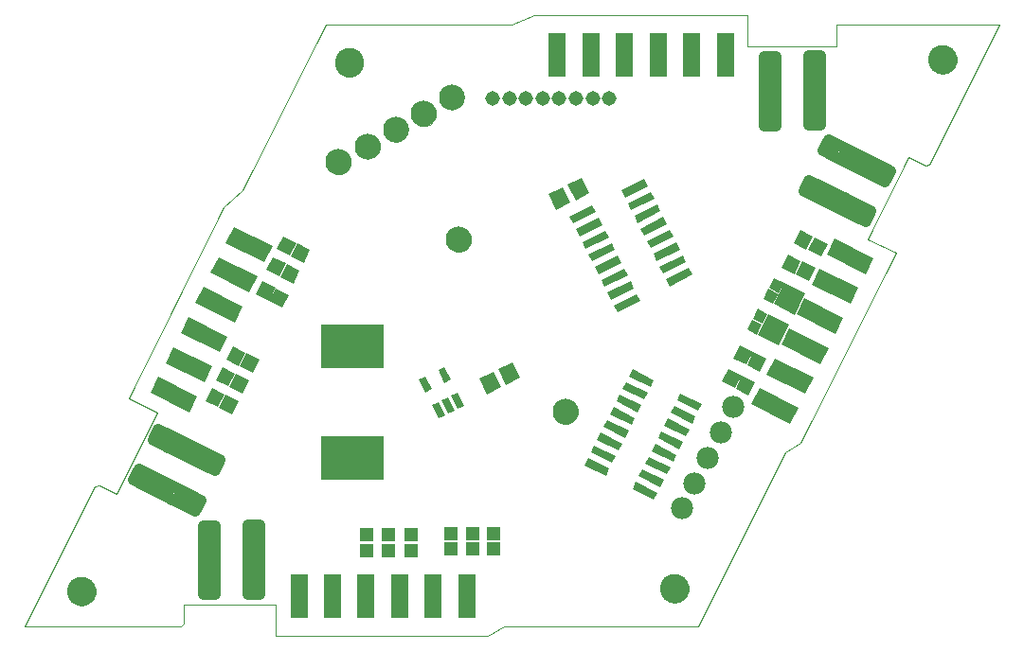
<source format=gbs>
G75*
%MOIN*%
%OFA0B0*%
%FSLAX24Y24*%
%IPPOS*%
%LPD*%
%AMOC8*
5,1,8,0,0,1.08239X$1,22.5*
%
%ADD10C,0.0000*%
%ADD11C,0.1024*%
%ADD12C,0.0906*%
%ADD13R,0.0276X0.0906*%
%ADD14R,0.0257X0.0512*%
%ADD15C,0.0516*%
%ADD16R,0.2205X0.1556*%
%ADD17C,0.0780*%
%ADD18R,0.0631X0.1536*%
%ADD19C,0.0414*%
%ADD20R,0.0552X0.0631*%
%ADD21R,0.0850X0.0280*%
%ADD22R,0.0512X0.0512*%
%ADD23R,0.0394X0.0394*%
%ADD24R,0.0827X0.0827*%
%ADD25R,0.0512X0.0512*%
D10*
X001543Y001214D02*
X007057Y001214D01*
X007162Y001332D01*
X007163Y001992D01*
X010376Y001990D01*
X010370Y000897D01*
X017853Y000897D01*
X018407Y001214D01*
X025254Y001214D01*
X028315Y007336D01*
X028846Y007690D01*
X032212Y014373D01*
X031218Y014865D01*
X032655Y017739D01*
X033246Y017444D01*
X033393Y017483D01*
X035864Y022424D01*
X030103Y022423D01*
X030103Y022424D02*
X030103Y021647D01*
X026989Y021647D01*
X026989Y022739D01*
X019476Y022739D01*
X018689Y022424D01*
X012143Y022424D01*
X009220Y016568D01*
X008561Y015977D01*
X005204Y009265D01*
X006218Y008753D01*
X004781Y005889D01*
X004191Y006184D01*
X004004Y006145D01*
X001543Y001214D01*
X003060Y002453D02*
X003062Y002497D01*
X003068Y002541D01*
X003078Y002584D01*
X003091Y002626D01*
X003109Y002666D01*
X003130Y002705D01*
X003154Y002742D01*
X003181Y002777D01*
X003212Y002809D01*
X003245Y002838D01*
X003281Y002864D01*
X003319Y002886D01*
X003359Y002905D01*
X003400Y002921D01*
X003443Y002933D01*
X003486Y002941D01*
X003530Y002945D01*
X003574Y002945D01*
X003618Y002941D01*
X003661Y002933D01*
X003704Y002921D01*
X003745Y002905D01*
X003785Y002886D01*
X003823Y002864D01*
X003859Y002838D01*
X003892Y002809D01*
X003923Y002777D01*
X003950Y002742D01*
X003974Y002705D01*
X003995Y002666D01*
X004013Y002626D01*
X004026Y002584D01*
X004036Y002541D01*
X004042Y002497D01*
X004044Y002453D01*
X004042Y002409D01*
X004036Y002365D01*
X004026Y002322D01*
X004013Y002280D01*
X003995Y002240D01*
X003974Y002201D01*
X003950Y002164D01*
X003923Y002129D01*
X003892Y002097D01*
X003859Y002068D01*
X003823Y002042D01*
X003785Y002020D01*
X003745Y002001D01*
X003704Y001985D01*
X003661Y001973D01*
X003618Y001965D01*
X003574Y001961D01*
X003530Y001961D01*
X003486Y001965D01*
X003443Y001973D01*
X003400Y001985D01*
X003359Y002001D01*
X003319Y002020D01*
X003281Y002042D01*
X003245Y002068D01*
X003212Y002097D01*
X003181Y002129D01*
X003154Y002164D01*
X003130Y002201D01*
X003109Y002240D01*
X003091Y002280D01*
X003078Y002322D01*
X003068Y002365D01*
X003062Y002409D01*
X003060Y002453D01*
X016391Y014853D02*
X016393Y014894D01*
X016399Y014935D01*
X016409Y014975D01*
X016422Y015014D01*
X016439Y015051D01*
X016460Y015087D01*
X016484Y015121D01*
X016511Y015152D01*
X016540Y015180D01*
X016573Y015206D01*
X016607Y015228D01*
X016644Y015247D01*
X016682Y015262D01*
X016722Y015274D01*
X016762Y015282D01*
X016803Y015286D01*
X016845Y015286D01*
X016886Y015282D01*
X016926Y015274D01*
X016966Y015262D01*
X017004Y015247D01*
X017040Y015228D01*
X017075Y015206D01*
X017108Y015180D01*
X017137Y015152D01*
X017164Y015121D01*
X017188Y015087D01*
X017209Y015051D01*
X017226Y015014D01*
X017239Y014975D01*
X017249Y014935D01*
X017255Y014894D01*
X017257Y014853D01*
X017255Y014812D01*
X017249Y014771D01*
X017239Y014731D01*
X017226Y014692D01*
X017209Y014655D01*
X017188Y014619D01*
X017164Y014585D01*
X017137Y014554D01*
X017108Y014526D01*
X017075Y014500D01*
X017041Y014478D01*
X017004Y014459D01*
X016966Y014444D01*
X016926Y014432D01*
X016886Y014424D01*
X016845Y014420D01*
X016803Y014420D01*
X016762Y014424D01*
X016722Y014432D01*
X016682Y014444D01*
X016644Y014459D01*
X016608Y014478D01*
X016573Y014500D01*
X016540Y014526D01*
X016511Y014554D01*
X016484Y014585D01*
X016460Y014619D01*
X016439Y014655D01*
X016422Y014692D01*
X016409Y014731D01*
X016399Y014771D01*
X016393Y014812D01*
X016391Y014853D01*
X012163Y017582D02*
X012165Y017623D01*
X012171Y017664D01*
X012181Y017704D01*
X012194Y017743D01*
X012211Y017780D01*
X012232Y017816D01*
X012256Y017850D01*
X012283Y017881D01*
X012312Y017909D01*
X012345Y017935D01*
X012379Y017957D01*
X012416Y017976D01*
X012454Y017991D01*
X012494Y018003D01*
X012534Y018011D01*
X012575Y018015D01*
X012617Y018015D01*
X012658Y018011D01*
X012698Y018003D01*
X012738Y017991D01*
X012776Y017976D01*
X012812Y017957D01*
X012847Y017935D01*
X012880Y017909D01*
X012909Y017881D01*
X012936Y017850D01*
X012960Y017816D01*
X012981Y017780D01*
X012998Y017743D01*
X013011Y017704D01*
X013021Y017664D01*
X013027Y017623D01*
X013029Y017582D01*
X013027Y017541D01*
X013021Y017500D01*
X013011Y017460D01*
X012998Y017421D01*
X012981Y017384D01*
X012960Y017348D01*
X012936Y017314D01*
X012909Y017283D01*
X012880Y017255D01*
X012847Y017229D01*
X012813Y017207D01*
X012776Y017188D01*
X012738Y017173D01*
X012698Y017161D01*
X012658Y017153D01*
X012617Y017149D01*
X012575Y017149D01*
X012534Y017153D01*
X012494Y017161D01*
X012454Y017173D01*
X012416Y017188D01*
X012380Y017207D01*
X012345Y017229D01*
X012312Y017255D01*
X012283Y017283D01*
X012256Y017314D01*
X012232Y017348D01*
X012211Y017384D01*
X012194Y017421D01*
X012181Y017460D01*
X012171Y017500D01*
X012165Y017541D01*
X012163Y017582D01*
X013187Y018133D02*
X013189Y018174D01*
X013195Y018215D01*
X013205Y018255D01*
X013218Y018294D01*
X013235Y018331D01*
X013256Y018367D01*
X013280Y018401D01*
X013307Y018432D01*
X013336Y018460D01*
X013369Y018486D01*
X013403Y018508D01*
X013440Y018527D01*
X013478Y018542D01*
X013518Y018554D01*
X013558Y018562D01*
X013599Y018566D01*
X013641Y018566D01*
X013682Y018562D01*
X013722Y018554D01*
X013762Y018542D01*
X013800Y018527D01*
X013836Y018508D01*
X013871Y018486D01*
X013904Y018460D01*
X013933Y018432D01*
X013960Y018401D01*
X013984Y018367D01*
X014005Y018331D01*
X014022Y018294D01*
X014035Y018255D01*
X014045Y018215D01*
X014051Y018174D01*
X014053Y018133D01*
X014051Y018092D01*
X014045Y018051D01*
X014035Y018011D01*
X014022Y017972D01*
X014005Y017935D01*
X013984Y017899D01*
X013960Y017865D01*
X013933Y017834D01*
X013904Y017806D01*
X013871Y017780D01*
X013837Y017758D01*
X013800Y017739D01*
X013762Y017724D01*
X013722Y017712D01*
X013682Y017704D01*
X013641Y017700D01*
X013599Y017700D01*
X013558Y017704D01*
X013518Y017712D01*
X013478Y017724D01*
X013440Y017739D01*
X013404Y017758D01*
X013369Y017780D01*
X013336Y017806D01*
X013307Y017834D01*
X013280Y017865D01*
X013256Y017899D01*
X013235Y017935D01*
X013218Y017972D01*
X013205Y018011D01*
X013195Y018051D01*
X013189Y018092D01*
X013187Y018133D01*
X014171Y018723D02*
X014173Y018764D01*
X014179Y018805D01*
X014189Y018845D01*
X014202Y018884D01*
X014219Y018921D01*
X014240Y018957D01*
X014264Y018991D01*
X014291Y019022D01*
X014320Y019050D01*
X014353Y019076D01*
X014387Y019098D01*
X014424Y019117D01*
X014462Y019132D01*
X014502Y019144D01*
X014542Y019152D01*
X014583Y019156D01*
X014625Y019156D01*
X014666Y019152D01*
X014706Y019144D01*
X014746Y019132D01*
X014784Y019117D01*
X014820Y019098D01*
X014855Y019076D01*
X014888Y019050D01*
X014917Y019022D01*
X014944Y018991D01*
X014968Y018957D01*
X014989Y018921D01*
X015006Y018884D01*
X015019Y018845D01*
X015029Y018805D01*
X015035Y018764D01*
X015037Y018723D01*
X015035Y018682D01*
X015029Y018641D01*
X015019Y018601D01*
X015006Y018562D01*
X014989Y018525D01*
X014968Y018489D01*
X014944Y018455D01*
X014917Y018424D01*
X014888Y018396D01*
X014855Y018370D01*
X014821Y018348D01*
X014784Y018329D01*
X014746Y018314D01*
X014706Y018302D01*
X014666Y018294D01*
X014625Y018290D01*
X014583Y018290D01*
X014542Y018294D01*
X014502Y018302D01*
X014462Y018314D01*
X014424Y018329D01*
X014388Y018348D01*
X014353Y018370D01*
X014320Y018396D01*
X014291Y018424D01*
X014264Y018455D01*
X014240Y018489D01*
X014219Y018525D01*
X014202Y018562D01*
X014189Y018601D01*
X014179Y018641D01*
X014173Y018682D01*
X014171Y018723D01*
X015155Y019275D02*
X015157Y019316D01*
X015163Y019357D01*
X015173Y019397D01*
X015186Y019436D01*
X015203Y019473D01*
X015224Y019509D01*
X015248Y019543D01*
X015275Y019574D01*
X015304Y019602D01*
X015337Y019628D01*
X015371Y019650D01*
X015408Y019669D01*
X015446Y019684D01*
X015486Y019696D01*
X015526Y019704D01*
X015567Y019708D01*
X015609Y019708D01*
X015650Y019704D01*
X015690Y019696D01*
X015730Y019684D01*
X015768Y019669D01*
X015804Y019650D01*
X015839Y019628D01*
X015872Y019602D01*
X015901Y019574D01*
X015928Y019543D01*
X015952Y019509D01*
X015973Y019473D01*
X015990Y019436D01*
X016003Y019397D01*
X016013Y019357D01*
X016019Y019316D01*
X016021Y019275D01*
X016019Y019234D01*
X016013Y019193D01*
X016003Y019153D01*
X015990Y019114D01*
X015973Y019077D01*
X015952Y019041D01*
X015928Y019007D01*
X015901Y018976D01*
X015872Y018948D01*
X015839Y018922D01*
X015805Y018900D01*
X015768Y018881D01*
X015730Y018866D01*
X015690Y018854D01*
X015650Y018846D01*
X015609Y018842D01*
X015567Y018842D01*
X015526Y018846D01*
X015486Y018854D01*
X015446Y018866D01*
X015408Y018881D01*
X015372Y018900D01*
X015337Y018922D01*
X015304Y018948D01*
X015275Y018976D01*
X015248Y019007D01*
X015224Y019041D01*
X015203Y019077D01*
X015186Y019114D01*
X015173Y019153D01*
X015163Y019193D01*
X015157Y019234D01*
X015155Y019275D01*
X016140Y019865D02*
X016142Y019906D01*
X016148Y019947D01*
X016158Y019987D01*
X016171Y020026D01*
X016188Y020063D01*
X016209Y020099D01*
X016233Y020133D01*
X016260Y020164D01*
X016289Y020192D01*
X016322Y020218D01*
X016356Y020240D01*
X016393Y020259D01*
X016431Y020274D01*
X016471Y020286D01*
X016511Y020294D01*
X016552Y020298D01*
X016594Y020298D01*
X016635Y020294D01*
X016675Y020286D01*
X016715Y020274D01*
X016753Y020259D01*
X016789Y020240D01*
X016824Y020218D01*
X016857Y020192D01*
X016886Y020164D01*
X016913Y020133D01*
X016937Y020099D01*
X016958Y020063D01*
X016975Y020026D01*
X016988Y019987D01*
X016998Y019947D01*
X017004Y019906D01*
X017006Y019865D01*
X017004Y019824D01*
X016998Y019783D01*
X016988Y019743D01*
X016975Y019704D01*
X016958Y019667D01*
X016937Y019631D01*
X016913Y019597D01*
X016886Y019566D01*
X016857Y019538D01*
X016824Y019512D01*
X016790Y019490D01*
X016753Y019471D01*
X016715Y019456D01*
X016675Y019444D01*
X016635Y019436D01*
X016594Y019432D01*
X016552Y019432D01*
X016511Y019436D01*
X016471Y019444D01*
X016431Y019456D01*
X016393Y019471D01*
X016357Y019490D01*
X016322Y019512D01*
X016289Y019538D01*
X016260Y019566D01*
X016233Y019597D01*
X016209Y019631D01*
X016188Y019667D01*
X016171Y019704D01*
X016158Y019743D01*
X016148Y019783D01*
X016142Y019824D01*
X016140Y019865D01*
X012478Y021079D02*
X012480Y021123D01*
X012486Y021167D01*
X012496Y021210D01*
X012509Y021252D01*
X012527Y021292D01*
X012548Y021331D01*
X012572Y021368D01*
X012599Y021403D01*
X012630Y021435D01*
X012663Y021464D01*
X012699Y021490D01*
X012737Y021512D01*
X012777Y021531D01*
X012818Y021547D01*
X012861Y021559D01*
X012904Y021567D01*
X012948Y021571D01*
X012992Y021571D01*
X013036Y021567D01*
X013079Y021559D01*
X013122Y021547D01*
X013163Y021531D01*
X013203Y021512D01*
X013241Y021490D01*
X013277Y021464D01*
X013310Y021435D01*
X013341Y021403D01*
X013368Y021368D01*
X013392Y021331D01*
X013413Y021292D01*
X013431Y021252D01*
X013444Y021210D01*
X013454Y021167D01*
X013460Y021123D01*
X013462Y021079D01*
X013460Y021035D01*
X013454Y020991D01*
X013444Y020948D01*
X013431Y020906D01*
X013413Y020866D01*
X013392Y020827D01*
X013368Y020790D01*
X013341Y020755D01*
X013310Y020723D01*
X013277Y020694D01*
X013241Y020668D01*
X013203Y020646D01*
X013163Y020627D01*
X013122Y020611D01*
X013079Y020599D01*
X013036Y020591D01*
X012992Y020587D01*
X012948Y020587D01*
X012904Y020591D01*
X012861Y020599D01*
X012818Y020611D01*
X012777Y020627D01*
X012737Y020646D01*
X012699Y020668D01*
X012663Y020694D01*
X012630Y020723D01*
X012599Y020755D01*
X012572Y020790D01*
X012548Y020827D01*
X012527Y020866D01*
X012509Y020906D01*
X012496Y020948D01*
X012486Y020991D01*
X012480Y021035D01*
X012478Y021079D01*
X020144Y008781D02*
X020146Y008822D01*
X020152Y008863D01*
X020162Y008903D01*
X020175Y008942D01*
X020192Y008979D01*
X020213Y009015D01*
X020237Y009049D01*
X020264Y009080D01*
X020293Y009108D01*
X020326Y009134D01*
X020360Y009156D01*
X020397Y009175D01*
X020435Y009190D01*
X020475Y009202D01*
X020515Y009210D01*
X020556Y009214D01*
X020598Y009214D01*
X020639Y009210D01*
X020679Y009202D01*
X020719Y009190D01*
X020757Y009175D01*
X020793Y009156D01*
X020828Y009134D01*
X020861Y009108D01*
X020890Y009080D01*
X020917Y009049D01*
X020941Y009015D01*
X020962Y008979D01*
X020979Y008942D01*
X020992Y008903D01*
X021002Y008863D01*
X021008Y008822D01*
X021010Y008781D01*
X021008Y008740D01*
X021002Y008699D01*
X020992Y008659D01*
X020979Y008620D01*
X020962Y008583D01*
X020941Y008547D01*
X020917Y008513D01*
X020890Y008482D01*
X020861Y008454D01*
X020828Y008428D01*
X020794Y008406D01*
X020757Y008387D01*
X020719Y008372D01*
X020679Y008360D01*
X020639Y008352D01*
X020598Y008348D01*
X020556Y008348D01*
X020515Y008352D01*
X020475Y008360D01*
X020435Y008372D01*
X020397Y008387D01*
X020361Y008406D01*
X020326Y008428D01*
X020293Y008454D01*
X020264Y008482D01*
X020237Y008513D01*
X020213Y008547D01*
X020192Y008583D01*
X020175Y008620D01*
X020162Y008659D01*
X020152Y008699D01*
X020146Y008740D01*
X020144Y008781D01*
X023929Y002550D02*
X023931Y002594D01*
X023937Y002638D01*
X023947Y002681D01*
X023960Y002723D01*
X023978Y002763D01*
X023999Y002802D01*
X024023Y002839D01*
X024050Y002874D01*
X024081Y002906D01*
X024114Y002935D01*
X024150Y002961D01*
X024188Y002983D01*
X024228Y003002D01*
X024269Y003018D01*
X024312Y003030D01*
X024355Y003038D01*
X024399Y003042D01*
X024443Y003042D01*
X024487Y003038D01*
X024530Y003030D01*
X024573Y003018D01*
X024614Y003002D01*
X024654Y002983D01*
X024692Y002961D01*
X024728Y002935D01*
X024761Y002906D01*
X024792Y002874D01*
X024819Y002839D01*
X024843Y002802D01*
X024864Y002763D01*
X024882Y002723D01*
X024895Y002681D01*
X024905Y002638D01*
X024911Y002594D01*
X024913Y002550D01*
X024911Y002506D01*
X024905Y002462D01*
X024895Y002419D01*
X024882Y002377D01*
X024864Y002337D01*
X024843Y002298D01*
X024819Y002261D01*
X024792Y002226D01*
X024761Y002194D01*
X024728Y002165D01*
X024692Y002139D01*
X024654Y002117D01*
X024614Y002098D01*
X024573Y002082D01*
X024530Y002070D01*
X024487Y002062D01*
X024443Y002058D01*
X024399Y002058D01*
X024355Y002062D01*
X024312Y002070D01*
X024269Y002082D01*
X024228Y002098D01*
X024188Y002117D01*
X024150Y002139D01*
X024114Y002165D01*
X024081Y002194D01*
X024050Y002226D01*
X024023Y002261D01*
X023999Y002298D01*
X023978Y002337D01*
X023960Y002377D01*
X023947Y002419D01*
X023937Y002462D01*
X023931Y002506D01*
X023929Y002550D01*
X033359Y021185D02*
X033361Y021229D01*
X033367Y021273D01*
X033377Y021316D01*
X033390Y021358D01*
X033408Y021398D01*
X033429Y021437D01*
X033453Y021474D01*
X033480Y021509D01*
X033511Y021541D01*
X033544Y021570D01*
X033580Y021596D01*
X033618Y021618D01*
X033658Y021637D01*
X033699Y021653D01*
X033742Y021665D01*
X033785Y021673D01*
X033829Y021677D01*
X033873Y021677D01*
X033917Y021673D01*
X033960Y021665D01*
X034003Y021653D01*
X034044Y021637D01*
X034084Y021618D01*
X034122Y021596D01*
X034158Y021570D01*
X034191Y021541D01*
X034222Y021509D01*
X034249Y021474D01*
X034273Y021437D01*
X034294Y021398D01*
X034312Y021358D01*
X034325Y021316D01*
X034335Y021273D01*
X034341Y021229D01*
X034343Y021185D01*
X034341Y021141D01*
X034335Y021097D01*
X034325Y021054D01*
X034312Y021012D01*
X034294Y020972D01*
X034273Y020933D01*
X034249Y020896D01*
X034222Y020861D01*
X034191Y020829D01*
X034158Y020800D01*
X034122Y020774D01*
X034084Y020752D01*
X034044Y020733D01*
X034003Y020717D01*
X033960Y020705D01*
X033917Y020697D01*
X033873Y020693D01*
X033829Y020693D01*
X033785Y020697D01*
X033742Y020705D01*
X033699Y020717D01*
X033658Y020733D01*
X033618Y020752D01*
X033580Y020774D01*
X033544Y020800D01*
X033511Y020829D01*
X033480Y020861D01*
X033453Y020896D01*
X033429Y020933D01*
X033408Y020972D01*
X033390Y021012D01*
X033377Y021054D01*
X033367Y021097D01*
X033361Y021141D01*
X033359Y021185D01*
D11*
X033851Y021185D03*
X012970Y021079D03*
X024421Y002550D03*
X003552Y002453D03*
D12*
X020577Y008781D03*
X016824Y014853D03*
X013620Y018133D03*
X014604Y018723D03*
X015588Y019275D03*
X016573Y019865D03*
X012596Y017582D03*
D13*
G36*
X020846Y015409D02*
X020723Y015656D01*
X021532Y016061D01*
X021655Y015814D01*
X020846Y015409D01*
G37*
G36*
X021070Y014962D02*
X020947Y015209D01*
X021756Y015614D01*
X021879Y015367D01*
X021070Y014962D01*
G37*
G36*
X021294Y014515D02*
X021171Y014762D01*
X021980Y015167D01*
X022103Y014920D01*
X021294Y014515D01*
G37*
G36*
X021518Y014068D02*
X021395Y014315D01*
X022204Y014720D01*
X022327Y014473D01*
X021518Y014068D01*
G37*
G36*
X021742Y013621D02*
X021619Y013868D01*
X022428Y014273D01*
X022551Y014026D01*
X021742Y013621D01*
G37*
G36*
X021966Y013174D02*
X021843Y013421D01*
X022652Y013826D01*
X022775Y013579D01*
X021966Y013174D01*
G37*
G36*
X022189Y012727D02*
X022066Y012974D01*
X022875Y013379D01*
X022998Y013132D01*
X022189Y012727D01*
G37*
G36*
X022413Y012280D02*
X022290Y012527D01*
X023099Y012932D01*
X023222Y012685D01*
X022413Y012280D01*
G37*
G36*
X024244Y013196D02*
X024121Y013443D01*
X024930Y013848D01*
X025053Y013601D01*
X024244Y013196D01*
G37*
G36*
X024020Y013643D02*
X023897Y013890D01*
X024706Y014295D01*
X024829Y014048D01*
X024020Y013643D01*
G37*
G36*
X023796Y014090D02*
X023673Y014337D01*
X024482Y014742D01*
X024605Y014495D01*
X023796Y014090D01*
G37*
G36*
X023572Y014538D02*
X023449Y014785D01*
X024258Y015190D01*
X024381Y014943D01*
X023572Y014538D01*
G37*
G36*
X023348Y014985D02*
X023225Y015232D01*
X024034Y015637D01*
X024157Y015390D01*
X023348Y014985D01*
G37*
G36*
X023125Y015432D02*
X023002Y015679D01*
X023811Y016084D01*
X023934Y015837D01*
X023125Y015432D01*
G37*
G36*
X022901Y015879D02*
X022778Y016126D01*
X023587Y016531D01*
X023710Y016284D01*
X022901Y015879D01*
G37*
G36*
X022677Y016326D02*
X022554Y016573D01*
X023363Y016978D01*
X023486Y016731D01*
X022677Y016326D01*
G37*
D14*
G36*
X016102Y010251D02*
X016331Y010366D01*
X016560Y009909D01*
X016331Y009794D01*
X016102Y010251D01*
G37*
G36*
X015433Y009916D02*
X015662Y010031D01*
X015891Y009574D01*
X015662Y009459D01*
X015433Y009916D01*
G37*
G36*
X015892Y009001D02*
X016121Y009116D01*
X016350Y008659D01*
X016121Y008544D01*
X015892Y009001D01*
G37*
G36*
X016226Y009168D02*
X016455Y009283D01*
X016684Y008826D01*
X016455Y008711D01*
X016226Y009168D01*
G37*
G36*
X016561Y009336D02*
X016790Y009451D01*
X017019Y008994D01*
X016790Y008879D01*
X016561Y009336D01*
G37*
D15*
X018013Y019831D03*
X018604Y019831D03*
X019194Y019831D03*
X019785Y019831D03*
X020356Y019831D03*
X020946Y019831D03*
X021537Y019831D03*
X022127Y019831D03*
D16*
X013094Y011074D03*
X013094Y007157D03*
D17*
X024679Y005374D03*
X025133Y006265D03*
X025587Y007156D03*
X026041Y008047D03*
X026495Y008938D03*
D18*
G36*
X028781Y008914D02*
X028499Y008351D01*
X027127Y009038D01*
X027409Y009601D01*
X028781Y008914D01*
G37*
G36*
X029310Y009971D02*
X029028Y009408D01*
X027656Y010095D01*
X027938Y010658D01*
X029310Y009971D01*
G37*
G36*
X029839Y011027D02*
X029557Y010464D01*
X028185Y011151D01*
X028467Y011714D01*
X029839Y011027D01*
G37*
G36*
X030368Y012083D02*
X030086Y011520D01*
X028714Y012207D01*
X028996Y012770D01*
X030368Y012083D01*
G37*
G36*
X030896Y013139D02*
X030614Y012576D01*
X029242Y013263D01*
X029524Y013826D01*
X030896Y013139D01*
G37*
G36*
X031425Y014195D02*
X031143Y013632D01*
X029771Y014319D01*
X030053Y014882D01*
X031425Y014195D01*
G37*
X026202Y021364D03*
X025021Y021364D03*
X023840Y021364D03*
X022659Y021364D03*
X021477Y021364D03*
X020296Y021364D03*
G36*
X008622Y014725D02*
X008904Y015288D01*
X010276Y014601D01*
X009994Y014038D01*
X008622Y014725D01*
G37*
G36*
X008093Y013668D02*
X008375Y014231D01*
X009747Y013544D01*
X009465Y012981D01*
X008093Y013668D01*
G37*
G36*
X007564Y012612D02*
X007846Y013175D01*
X009218Y012488D01*
X008936Y011925D01*
X007564Y012612D01*
G37*
G36*
X007035Y011556D02*
X007317Y012119D01*
X008689Y011432D01*
X008407Y010869D01*
X007035Y011556D01*
G37*
G36*
X006506Y010500D02*
X006788Y011063D01*
X008160Y010376D01*
X007878Y009813D01*
X006506Y010500D01*
G37*
G36*
X005977Y009444D02*
X006259Y010007D01*
X007631Y009320D01*
X007349Y008757D01*
X005977Y009444D01*
G37*
X011205Y002277D03*
X012386Y002277D03*
X013567Y002277D03*
X014748Y002277D03*
X015929Y002277D03*
X017110Y002277D03*
D19*
X009422Y002356D02*
X009422Y004776D01*
X009834Y004776D01*
X009834Y002356D01*
X009422Y002356D01*
X009422Y002769D02*
X009834Y002769D01*
X009834Y003182D02*
X009422Y003182D01*
X009422Y003595D02*
X009834Y003595D01*
X009834Y004008D02*
X009422Y004008D01*
X009422Y004421D02*
X009834Y004421D01*
X007848Y004756D02*
X007848Y002336D01*
X007848Y004756D02*
X008260Y004756D01*
X008260Y002336D01*
X007848Y002336D01*
X007848Y002749D02*
X008260Y002749D01*
X008260Y003162D02*
X007848Y003162D01*
X007848Y003575D02*
X008260Y003575D01*
X008260Y003988D02*
X007848Y003988D01*
X007848Y004401D02*
X008260Y004401D01*
X007742Y005655D02*
X005579Y006737D01*
X007742Y005655D02*
X007557Y005287D01*
X005394Y006369D01*
X005579Y006737D01*
X006731Y005700D02*
X007652Y005700D01*
X006826Y006113D02*
X005906Y006113D01*
X006001Y006526D02*
X005473Y006526D01*
X006267Y008154D02*
X008430Y007072D01*
X008245Y006704D01*
X006082Y007786D01*
X006267Y008154D01*
X007419Y007117D02*
X008340Y007117D01*
X007514Y007530D02*
X006594Y007530D01*
X006689Y007943D02*
X006161Y007943D01*
X027986Y018863D02*
X027986Y021283D01*
X027986Y018863D02*
X027574Y018863D01*
X027574Y021283D01*
X027986Y021283D01*
X027986Y019276D02*
X027574Y019276D01*
X027574Y019689D02*
X027986Y019689D01*
X027986Y020102D02*
X027574Y020102D01*
X027574Y020515D02*
X027986Y020515D01*
X027986Y020928D02*
X027574Y020928D01*
X029561Y021303D02*
X029561Y018883D01*
X029149Y018883D01*
X029149Y021303D01*
X029561Y021303D01*
X029561Y019296D02*
X029149Y019296D01*
X029149Y019709D02*
X029561Y019709D01*
X029561Y020122D02*
X029149Y020122D01*
X029149Y020535D02*
X029561Y020535D01*
X029561Y020948D02*
X029149Y020948D01*
X029661Y017978D02*
X031824Y016896D01*
X029661Y017978D02*
X029846Y018346D01*
X032009Y017264D01*
X031824Y016896D01*
X031919Y017309D02*
X030998Y017309D01*
X031093Y017722D02*
X030173Y017722D01*
X030268Y018135D02*
X029740Y018135D01*
X028973Y016561D02*
X031136Y015479D01*
X028973Y016561D02*
X029158Y016929D01*
X031321Y015847D01*
X031136Y015479D01*
X031231Y015892D02*
X030310Y015892D01*
X030405Y016305D02*
X029485Y016305D01*
X029580Y016718D02*
X029052Y016718D01*
D20*
G36*
X020654Y016787D02*
X021146Y017034D01*
X021428Y016471D01*
X020936Y016224D01*
X020654Y016787D01*
G37*
G36*
X019985Y016452D02*
X020477Y016699D01*
X020759Y016136D01*
X020267Y015889D01*
X019985Y016452D01*
G37*
G36*
X018986Y009970D02*
X018494Y009723D01*
X018212Y010286D01*
X018704Y010533D01*
X018986Y009970D01*
G37*
G36*
X018317Y009635D02*
X017825Y009388D01*
X017543Y009951D01*
X018035Y010198D01*
X018317Y009635D01*
G37*
D21*
G36*
X021823Y008045D02*
X022582Y007665D01*
X022457Y007415D01*
X021698Y007795D01*
X021823Y008045D01*
G37*
G36*
X022046Y008492D02*
X022805Y008112D01*
X022680Y007862D01*
X021921Y008242D01*
X022046Y008492D01*
G37*
G36*
X022270Y008939D02*
X023029Y008559D01*
X022904Y008309D01*
X022145Y008689D01*
X022270Y008939D01*
G37*
G36*
X022494Y009386D02*
X023253Y009006D01*
X023128Y008756D01*
X022369Y009136D01*
X022494Y009386D01*
G37*
G36*
X022718Y009833D02*
X023477Y009453D01*
X023352Y009203D01*
X022593Y009583D01*
X022718Y009833D01*
G37*
G36*
X022942Y010280D02*
X023701Y009900D01*
X023576Y009650D01*
X022817Y010030D01*
X022942Y010280D01*
G37*
G36*
X024632Y009434D02*
X025391Y009054D01*
X025266Y008804D01*
X024507Y009184D01*
X024632Y009434D01*
G37*
G36*
X024408Y008987D02*
X025167Y008607D01*
X025042Y008357D01*
X024283Y008737D01*
X024408Y008987D01*
G37*
G36*
X024184Y008540D02*
X024943Y008160D01*
X024818Y007910D01*
X024059Y008290D01*
X024184Y008540D01*
G37*
G36*
X023960Y008092D02*
X024719Y007712D01*
X024594Y007462D01*
X023835Y007842D01*
X023960Y008092D01*
G37*
G36*
X023736Y007645D02*
X024495Y007265D01*
X024370Y007015D01*
X023611Y007395D01*
X023736Y007645D01*
G37*
G36*
X023513Y007198D02*
X024272Y006818D01*
X024147Y006568D01*
X023388Y006948D01*
X023513Y007198D01*
G37*
G36*
X023289Y006751D02*
X024048Y006371D01*
X023923Y006121D01*
X023164Y006501D01*
X023289Y006751D01*
G37*
G36*
X023065Y006304D02*
X023824Y005924D01*
X023699Y005674D01*
X022940Y006054D01*
X023065Y006304D01*
G37*
G36*
X021375Y007150D02*
X022134Y006770D01*
X022009Y006520D01*
X021250Y006900D01*
X021375Y007150D01*
G37*
G36*
X021599Y007598D02*
X022358Y007218D01*
X022233Y006968D01*
X021474Y007348D01*
X021599Y007598D01*
G37*
D22*
G36*
X026554Y009607D02*
X026097Y009836D01*
X026326Y010293D01*
X026783Y010064D01*
X026554Y009607D01*
G37*
G36*
X027029Y009355D02*
X026572Y009584D01*
X026801Y010041D01*
X027258Y009812D01*
X027029Y009355D01*
G37*
G36*
X027428Y010186D02*
X026971Y010415D01*
X027200Y010872D01*
X027657Y010643D01*
X027428Y010186D01*
G37*
G36*
X026953Y010438D02*
X026496Y010667D01*
X026725Y011124D01*
X027182Y010895D01*
X026953Y010438D01*
G37*
G36*
X029156Y013388D02*
X028699Y013617D01*
X028928Y014074D01*
X029385Y013845D01*
X029156Y013388D01*
G37*
G36*
X028638Y013628D02*
X028181Y013857D01*
X028410Y014314D01*
X028867Y014085D01*
X028638Y013628D01*
G37*
G36*
X029578Y014241D02*
X029121Y014470D01*
X029350Y014927D01*
X029807Y014698D01*
X029578Y014241D01*
G37*
G36*
X029064Y014493D02*
X028607Y014722D01*
X028836Y015179D01*
X029293Y014950D01*
X029064Y014493D01*
G37*
G36*
X011142Y014711D02*
X011599Y014482D01*
X011370Y014025D01*
X010913Y014254D01*
X011142Y014711D01*
G37*
G36*
X010655Y014959D02*
X011112Y014730D01*
X010883Y014273D01*
X010426Y014502D01*
X010655Y014959D01*
G37*
G36*
X010290Y014230D02*
X010747Y014001D01*
X010518Y013544D01*
X010061Y013773D01*
X010290Y014230D01*
G37*
G36*
X010776Y013981D02*
X011233Y013752D01*
X011004Y013295D01*
X010547Y013524D01*
X010776Y013981D01*
G37*
G36*
X009924Y013375D02*
X010381Y013146D01*
X010152Y012689D01*
X009695Y012918D01*
X009924Y013375D01*
G37*
G36*
X010394Y013127D02*
X010851Y012898D01*
X010622Y012441D01*
X010165Y012670D01*
X010394Y013127D01*
G37*
G36*
X008871Y011083D02*
X009328Y010854D01*
X009099Y010397D01*
X008642Y010626D01*
X008871Y011083D01*
G37*
G36*
X009358Y010835D02*
X009815Y010606D01*
X009586Y010149D01*
X009129Y010378D01*
X009358Y010835D01*
G37*
G36*
X008992Y010106D02*
X009449Y009877D01*
X009220Y009420D01*
X008763Y009649D01*
X008992Y010106D01*
G37*
G36*
X008505Y010354D02*
X008962Y010125D01*
X008733Y009668D01*
X008276Y009897D01*
X008505Y010354D01*
G37*
G36*
X008139Y009624D02*
X008596Y009395D01*
X008367Y008938D01*
X007910Y009167D01*
X008139Y009624D01*
G37*
G36*
X008626Y009376D02*
X009083Y009147D01*
X008854Y008690D01*
X008397Y008919D01*
X008626Y009376D01*
G37*
D23*
G36*
X027324Y011492D02*
X026973Y011669D01*
X027150Y012020D01*
X027501Y011843D01*
X027324Y011492D01*
G37*
G36*
X027524Y011882D02*
X027173Y012059D01*
X027350Y012410D01*
X027701Y012233D01*
X027524Y011882D01*
G37*
G36*
X027893Y012577D02*
X027542Y012754D01*
X027719Y013105D01*
X028070Y012928D01*
X027893Y012577D01*
G37*
G36*
X028092Y012964D02*
X027741Y013141D01*
X027918Y013492D01*
X028269Y013315D01*
X028092Y012964D01*
G37*
D24*
G36*
X028662Y012198D02*
X027924Y012568D01*
X028294Y013306D01*
X029032Y012936D01*
X028662Y012198D01*
G37*
G36*
X028092Y011118D02*
X027354Y011488D01*
X027724Y012226D01*
X028462Y011856D01*
X028092Y011118D01*
G37*
D25*
X018053Y004490D03*
X018053Y003947D03*
X017303Y003947D03*
X017303Y004490D03*
X016553Y004490D03*
X016553Y003947D03*
X015157Y003895D03*
X015157Y004441D03*
X014345Y004441D03*
X013595Y004441D03*
X013595Y003895D03*
X014345Y003895D03*
M02*

</source>
